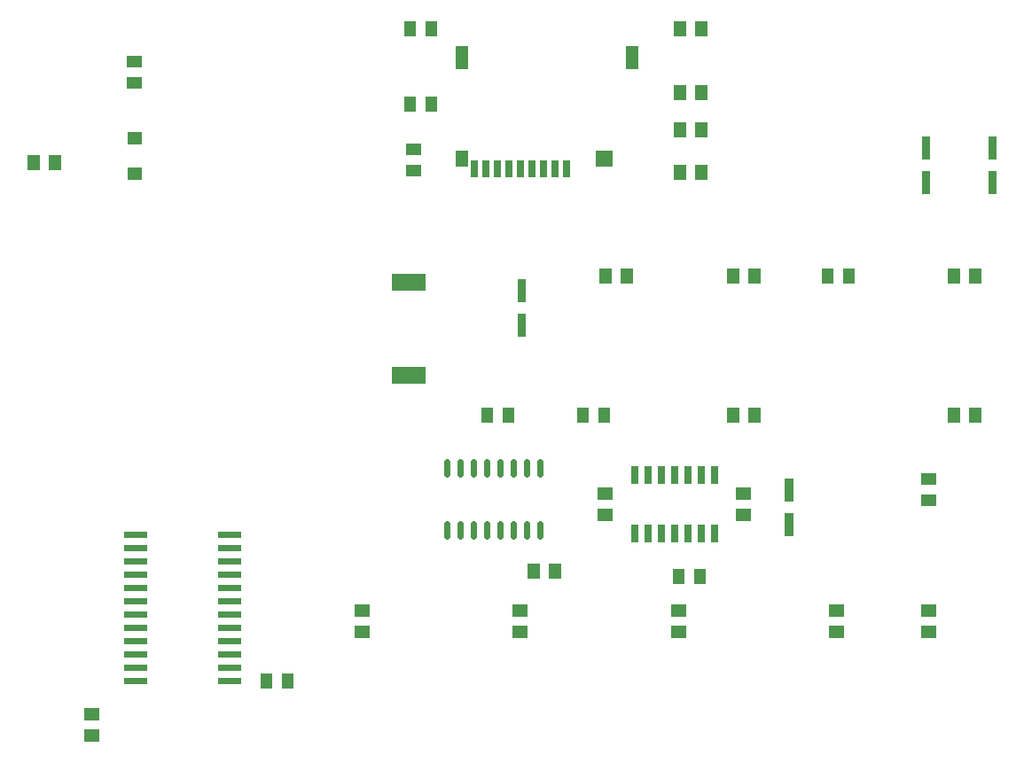
<source format=gbp>
G04 Layer: BottomPasteMaskLayer*
G04 EasyEDA v6.4.31, 2022-02-04 23:24:27*
G04 1551f2279af443638085206af3fd0dcc,e8ed4560e5824e1ea3c46bb2bbde2574,10*
G04 Gerber Generator version 0.2*
G04 Scale: 100 percent, Rotated: No, Reflected: No *
G04 Dimensions in millimeters *
G04 leading zeros omitted , absolute positions ,4 integer and 5 decimal *
%FSLAX45Y45*%
%MOMM*%

%ADD30C,0.6000*%

%LPD*%
D30*
X5753100Y-12462819D02*
G01*
X5753100Y-12342820D01*
X5880100Y-12462819D02*
G01*
X5880100Y-12342820D01*
X6007100Y-12462819D02*
G01*
X6007100Y-12342820D01*
X6134100Y-12462819D02*
G01*
X6134100Y-12342820D01*
X6261100Y-12462819D02*
G01*
X6261100Y-12342820D01*
X6388100Y-12462819D02*
G01*
X6388100Y-12342820D01*
X6515100Y-12462819D02*
G01*
X6515100Y-12342820D01*
X6642100Y-12462819D02*
G01*
X6642100Y-12342820D01*
X5753100Y-13057179D02*
G01*
X5753100Y-12937180D01*
X5880100Y-13057179D02*
G01*
X5880100Y-12937180D01*
X6007100Y-13057179D02*
G01*
X6007100Y-12937180D01*
X6134100Y-13057179D02*
G01*
X6134100Y-12937180D01*
X6261100Y-13057179D02*
G01*
X6261100Y-12937180D01*
X6388100Y-13057179D02*
G01*
X6388100Y-12937180D01*
X6515100Y-13057179D02*
G01*
X6515100Y-12937180D01*
X6642100Y-13057179D02*
G01*
X6642100Y-12937180D01*
G36*
X2064600Y-9414400D02*
G01*
X1948599Y-9414400D01*
X1948599Y-9559399D01*
X2064600Y-9559399D01*
G37*
G36*
X1861400Y-9414400D02*
G01*
X1745399Y-9414400D01*
X1745399Y-9559399D01*
X1861400Y-9559399D01*
G37*
G36*
X6085601Y-9626998D02*
G01*
X6155603Y-9626998D01*
X6155603Y-9466999D01*
X6085601Y-9466999D01*
G37*
G36*
X6195603Y-9626998D02*
G01*
X6265605Y-9626998D01*
X6265605Y-9466999D01*
X6195603Y-9466999D01*
G37*
G36*
X6305603Y-9626998D02*
G01*
X6375605Y-9626998D01*
X6375605Y-9466999D01*
X6305603Y-9466999D01*
G37*
G36*
X6415603Y-9626998D02*
G01*
X6485605Y-9626998D01*
X6485605Y-9466999D01*
X6415603Y-9466999D01*
G37*
G36*
X6525602Y-9626998D02*
G01*
X6595605Y-9626998D01*
X6595605Y-9466999D01*
X6525602Y-9466999D01*
G37*
G36*
X6635602Y-9626998D02*
G01*
X6705605Y-9626998D01*
X6705605Y-9466999D01*
X6635602Y-9466999D01*
G37*
G36*
X6745602Y-9626998D02*
G01*
X6815604Y-9626998D01*
X6815604Y-9466999D01*
X6745602Y-9466999D01*
G37*
G36*
X6855602Y-9626998D02*
G01*
X6925604Y-9626998D01*
X6925604Y-9466999D01*
X6855602Y-9466999D01*
G37*
G36*
X5975598Y-9627001D02*
G01*
X6045601Y-9627001D01*
X6045601Y-9467001D01*
X5975598Y-9467001D01*
G37*
G36*
X5830600Y-9522005D02*
G01*
X5950600Y-9522005D01*
X5950600Y-9372003D01*
X5830600Y-9372003D01*
G37*
G36*
X5830600Y-8597003D02*
G01*
X5950600Y-8597003D01*
X5950600Y-8377003D01*
X5830600Y-8377003D01*
G37*
G36*
X7460597Y-8597000D02*
G01*
X7580596Y-8597000D01*
X7580596Y-8377001D01*
X7460597Y-8377001D01*
G37*
G36*
X7170595Y-9522005D02*
G01*
X7330594Y-9522005D01*
X7330594Y-9372003D01*
X7170595Y-9372003D01*
G37*
G36*
X3565397Y-13012928D02*
G01*
X3565397Y-13072871D01*
X3785361Y-13072871D01*
X3785361Y-13012928D01*
G37*
G36*
X3565397Y-13139928D02*
G01*
X3565397Y-13199871D01*
X3785361Y-13199871D01*
X3785361Y-13139928D01*
G37*
G36*
X3565397Y-13266928D02*
G01*
X3565397Y-13326871D01*
X3785361Y-13326871D01*
X3785361Y-13266928D01*
G37*
G36*
X3565397Y-13393928D02*
G01*
X3565397Y-13453871D01*
X3785361Y-13453871D01*
X3785361Y-13393928D01*
G37*
G36*
X3565397Y-13520928D02*
G01*
X3565397Y-13580871D01*
X3785361Y-13580871D01*
X3785361Y-13520928D01*
G37*
G36*
X3565397Y-13647928D02*
G01*
X3565397Y-13707871D01*
X3785361Y-13707871D01*
X3785361Y-13647928D01*
G37*
G36*
X3565397Y-13774928D02*
G01*
X3565397Y-13834871D01*
X3785361Y-13834871D01*
X3785361Y-13774928D01*
G37*
G36*
X3565397Y-13901928D02*
G01*
X3565397Y-13961871D01*
X3785361Y-13961871D01*
X3785361Y-13901928D01*
G37*
G36*
X3565397Y-14028928D02*
G01*
X3565397Y-14088871D01*
X3785361Y-14088871D01*
X3785361Y-14028928D01*
G37*
G36*
X3565397Y-14155928D02*
G01*
X3565397Y-14215871D01*
X3785361Y-14215871D01*
X3785361Y-14155928D01*
G37*
G36*
X3565397Y-14282928D02*
G01*
X3565397Y-14342871D01*
X3785361Y-14342871D01*
X3785361Y-14282928D01*
G37*
G36*
X3565397Y-14409928D02*
G01*
X3565397Y-14469871D01*
X3785361Y-14469871D01*
X3785361Y-14409928D01*
G37*
G36*
X2666238Y-14409928D02*
G01*
X2666238Y-14469871D01*
X2886202Y-14469871D01*
X2886202Y-14409928D01*
G37*
G36*
X2666238Y-14282928D02*
G01*
X2666238Y-14342871D01*
X2886202Y-14342871D01*
X2886202Y-14282928D01*
G37*
G36*
X2666238Y-14155928D02*
G01*
X2666238Y-14215871D01*
X2886202Y-14215871D01*
X2886202Y-14155928D01*
G37*
G36*
X2666238Y-14028928D02*
G01*
X2666238Y-14088871D01*
X2886202Y-14088871D01*
X2886202Y-14028928D01*
G37*
G36*
X2666238Y-13901928D02*
G01*
X2666238Y-13961871D01*
X2886202Y-13961871D01*
X2886202Y-13901928D01*
G37*
G36*
X2666238Y-13774928D02*
G01*
X2666238Y-13834871D01*
X2886202Y-13834871D01*
X2886202Y-13774928D01*
G37*
G36*
X2666238Y-13647928D02*
G01*
X2666238Y-13707871D01*
X2886202Y-13707871D01*
X2886202Y-13647928D01*
G37*
G36*
X2666238Y-13520928D02*
G01*
X2666238Y-13580871D01*
X2886202Y-13580871D01*
X2886202Y-13520928D01*
G37*
G36*
X2666238Y-13393928D02*
G01*
X2666238Y-13453871D01*
X2886202Y-13453871D01*
X2886202Y-13393928D01*
G37*
G36*
X2666238Y-13266928D02*
G01*
X2666238Y-13326871D01*
X2886202Y-13326871D01*
X2886202Y-13266928D01*
G37*
G36*
X2666238Y-13139928D02*
G01*
X2666238Y-13199871D01*
X2886202Y-13199871D01*
X2886202Y-13139928D01*
G37*
G36*
X2666238Y-13012928D02*
G01*
X2666238Y-13072871D01*
X2886202Y-13072871D01*
X2886202Y-13012928D01*
G37*
G36*
X5544820Y-10709910D02*
G01*
X5544820Y-10549889D01*
X5224779Y-10549889D01*
X5224779Y-10709910D01*
G37*
G36*
X5544820Y-11598910D02*
G01*
X5544820Y-11438889D01*
X5224779Y-11438889D01*
X5224779Y-11598910D01*
G37*
G36*
X6504299Y-10816099D02*
G01*
X6504299Y-10596100D01*
X6424300Y-10596100D01*
X6424300Y-10816099D01*
G37*
G36*
X6504299Y-11146299D02*
G01*
X6504299Y-10926300D01*
X6424300Y-10926300D01*
X6424300Y-11146299D01*
G37*
G36*
X8338311Y-12945237D02*
G01*
X8273288Y-12945237D01*
X8273288Y-13115162D01*
X8338311Y-13115162D01*
G37*
G36*
X8211311Y-12945237D02*
G01*
X8146288Y-12945237D01*
X8146288Y-13115162D01*
X8211311Y-13115162D01*
G37*
G36*
X8084311Y-12945237D02*
G01*
X8019288Y-12945237D01*
X8019288Y-13115162D01*
X8084311Y-13115162D01*
G37*
G36*
X7957311Y-12945237D02*
G01*
X7892288Y-12945237D01*
X7892288Y-13115162D01*
X7957311Y-13115162D01*
G37*
G36*
X7830311Y-12945237D02*
G01*
X7765288Y-12945237D01*
X7765288Y-13115162D01*
X7830311Y-13115162D01*
G37*
G36*
X7703311Y-12945237D02*
G01*
X7638288Y-12945237D01*
X7638288Y-13115162D01*
X7703311Y-13115162D01*
G37*
G36*
X7576311Y-12945237D02*
G01*
X7511288Y-12945237D01*
X7511288Y-13115162D01*
X7576311Y-13115162D01*
G37*
G36*
X7576311Y-12385420D02*
G01*
X7511288Y-12385420D01*
X7511288Y-12555346D01*
X7576311Y-12555346D01*
G37*
G36*
X7703311Y-12385420D02*
G01*
X7638288Y-12385420D01*
X7638288Y-12555346D01*
X7703311Y-12555346D01*
G37*
G36*
X7830311Y-12385420D02*
G01*
X7765288Y-12385420D01*
X7765288Y-12555346D01*
X7830311Y-12555346D01*
G37*
G36*
X7957311Y-12385420D02*
G01*
X7892288Y-12385420D01*
X7892288Y-12555346D01*
X7957311Y-12555346D01*
G37*
G36*
X8084311Y-12385420D02*
G01*
X8019288Y-12385420D01*
X8019288Y-12555346D01*
X8084311Y-12555346D01*
G37*
G36*
X8211311Y-12385420D02*
G01*
X8146288Y-12385420D01*
X8146288Y-12555346D01*
X8211311Y-12555346D01*
G37*
G36*
X8338311Y-12385420D02*
G01*
X8273288Y-12385420D01*
X8273288Y-12555346D01*
X8338311Y-12555346D01*
G37*
G36*
X2698600Y-9193400D02*
G01*
X2698600Y-9313400D01*
X2838599Y-9313400D01*
X2838599Y-9193400D01*
G37*
G36*
X2698600Y-9533399D02*
G01*
X2698600Y-9653399D01*
X2838599Y-9653399D01*
X2838599Y-9533399D01*
G37*
G36*
X2696100Y-8463699D02*
G01*
X2696100Y-8579700D01*
X2841099Y-8579700D01*
X2841099Y-8463699D01*
G37*
G36*
X2696100Y-8666899D02*
G01*
X2696100Y-8782900D01*
X2841099Y-8782900D01*
X2841099Y-8666899D01*
G37*
G36*
X2434699Y-15018600D02*
G01*
X2434699Y-14902599D01*
X2289700Y-14902599D01*
X2289700Y-15018600D01*
G37*
G36*
X2434699Y-14815400D02*
G01*
X2434699Y-14699399D01*
X2289700Y-14699399D01*
X2289700Y-14815400D01*
G37*
G36*
X5012799Y-14028000D02*
G01*
X5012799Y-13911999D01*
X4867800Y-13911999D01*
X4867800Y-14028000D01*
G37*
G36*
X5012799Y-13824800D02*
G01*
X5012799Y-13708799D01*
X4867800Y-13708799D01*
X4867800Y-13824800D01*
G37*
G36*
X6524099Y-14028000D02*
G01*
X6524099Y-13911999D01*
X6379100Y-13911999D01*
X6379100Y-14028000D01*
G37*
G36*
X6524099Y-13824800D02*
G01*
X6524099Y-13708799D01*
X6379100Y-13708799D01*
X6379100Y-13824800D01*
G37*
G36*
X8035399Y-14028000D02*
G01*
X8035399Y-13911999D01*
X7890400Y-13911999D01*
X7890400Y-14028000D01*
G37*
G36*
X8035399Y-13824800D02*
G01*
X8035399Y-13708799D01*
X7890400Y-13708799D01*
X7890400Y-13824800D01*
G37*
G36*
X9546699Y-14028000D02*
G01*
X9546699Y-13911999D01*
X9401700Y-13911999D01*
X9401700Y-14028000D01*
G37*
G36*
X9546699Y-13824800D02*
G01*
X9546699Y-13708799D01*
X9401700Y-13708799D01*
X9401700Y-13824800D01*
G37*
G36*
X10422999Y-14028000D02*
G01*
X10422999Y-13911999D01*
X10278000Y-13911999D01*
X10278000Y-14028000D01*
G37*
G36*
X10422999Y-13824800D02*
G01*
X10422999Y-13708799D01*
X10278000Y-13708799D01*
X10278000Y-13824800D01*
G37*
G36*
X10422999Y-12770700D02*
G01*
X10422999Y-12654699D01*
X10278000Y-12654699D01*
X10278000Y-12770700D01*
G37*
G36*
X10422999Y-12567500D02*
G01*
X10422999Y-12451499D01*
X10278000Y-12451499D01*
X10278000Y-12567500D01*
G37*
G36*
X7525600Y-10493900D02*
G01*
X7409599Y-10493900D01*
X7409599Y-10638899D01*
X7525600Y-10638899D01*
G37*
G36*
X7322400Y-10493900D02*
G01*
X7206399Y-10493900D01*
X7206399Y-10638899D01*
X7322400Y-10638899D01*
G37*
G36*
X8425599Y-10638899D02*
G01*
X8541600Y-10638899D01*
X8541600Y-10493900D01*
X8425599Y-10493900D01*
G37*
G36*
X8628799Y-10638899D02*
G01*
X8744800Y-10638899D01*
X8744800Y-10493900D01*
X8628799Y-10493900D01*
G37*
G36*
X8425599Y-11972399D02*
G01*
X8541600Y-11972399D01*
X8541600Y-11827400D01*
X8425599Y-11827400D01*
G37*
G36*
X8628799Y-11972399D02*
G01*
X8744800Y-11972399D01*
X8744800Y-11827400D01*
X8628799Y-11827400D01*
G37*
G36*
X9327299Y-10638899D02*
G01*
X9443300Y-10638899D01*
X9443300Y-10493900D01*
X9327299Y-10493900D01*
G37*
G36*
X9530499Y-10638899D02*
G01*
X9646500Y-10638899D01*
X9646500Y-10493900D01*
X9530499Y-10493900D01*
G37*
G36*
X10533799Y-10638899D02*
G01*
X10649800Y-10638899D01*
X10649800Y-10493900D01*
X10533799Y-10493900D01*
G37*
G36*
X10736999Y-10638899D02*
G01*
X10853000Y-10638899D01*
X10853000Y-10493900D01*
X10736999Y-10493900D01*
G37*
G36*
X10533799Y-11972399D02*
G01*
X10649800Y-11972399D01*
X10649800Y-11827400D01*
X10533799Y-11827400D01*
G37*
G36*
X10736999Y-11972399D02*
G01*
X10853000Y-11972399D01*
X10853000Y-11827400D01*
X10736999Y-11827400D01*
G37*
G36*
X10920100Y-9567400D02*
G01*
X10920100Y-9787399D01*
X11000099Y-9787399D01*
X11000099Y-9567400D01*
G37*
G36*
X10920100Y-9237200D02*
G01*
X10920100Y-9457199D01*
X11000099Y-9457199D01*
X11000099Y-9237200D01*
G37*
G36*
X10285100Y-9567400D02*
G01*
X10285100Y-9787399D01*
X10365099Y-9787399D01*
X10365099Y-9567400D01*
G37*
G36*
X10285100Y-9237200D02*
G01*
X10285100Y-9457199D01*
X10365099Y-9457199D01*
X10365099Y-9237200D01*
G37*
G36*
X8977000Y-12831300D02*
G01*
X8977000Y-13051299D01*
X9056999Y-13051299D01*
X9056999Y-12831300D01*
G37*
G36*
X8977000Y-12501100D02*
G01*
X8977000Y-12721099D01*
X9056999Y-12721099D01*
X9056999Y-12501100D01*
G37*
G36*
X6076099Y-11972399D02*
G01*
X6192100Y-11972399D01*
X6192100Y-11827400D01*
X6076099Y-11827400D01*
G37*
G36*
X6279299Y-11972399D02*
G01*
X6395300Y-11972399D01*
X6395300Y-11827400D01*
X6279299Y-11827400D01*
G37*
G36*
X6520599Y-13458299D02*
G01*
X6636600Y-13458299D01*
X6636600Y-13313300D01*
X6520599Y-13313300D01*
G37*
G36*
X6723799Y-13458299D02*
G01*
X6839800Y-13458299D01*
X6839800Y-13313300D01*
X6723799Y-13313300D01*
G37*
G36*
X4287100Y-14367400D02*
G01*
X4171099Y-14367400D01*
X4171099Y-14512399D01*
X4287100Y-14512399D01*
G37*
G36*
X4083900Y-14367400D02*
G01*
X3967899Y-14367400D01*
X3967899Y-14512399D01*
X4083900Y-14512399D01*
G37*
G36*
X7191900Y-12591199D02*
G01*
X7191900Y-12707200D01*
X7336899Y-12707200D01*
X7336899Y-12591199D01*
G37*
G36*
X7191900Y-12794399D02*
G01*
X7191900Y-12910400D01*
X7336899Y-12910400D01*
X7336899Y-12794399D01*
G37*
G36*
X7309700Y-11827400D02*
G01*
X7193699Y-11827400D01*
X7193699Y-11972399D01*
X7309700Y-11972399D01*
G37*
G36*
X7106500Y-11827400D02*
G01*
X6990499Y-11827400D01*
X6990499Y-11972399D01*
X7106500Y-11972399D01*
G37*
G36*
X8657699Y-12910400D02*
G01*
X8657699Y-12794399D01*
X8512700Y-12794399D01*
X8512700Y-12910400D01*
G37*
G36*
X8657699Y-12707200D02*
G01*
X8657699Y-12591199D01*
X8512700Y-12591199D01*
X8512700Y-12707200D01*
G37*
G36*
X8224100Y-13364100D02*
G01*
X8108099Y-13364100D01*
X8108099Y-13509099D01*
X8224100Y-13509099D01*
G37*
G36*
X8020900Y-13364100D02*
G01*
X7904899Y-13364100D01*
X7904899Y-13509099D01*
X8020900Y-13509099D01*
G37*
G36*
X8236800Y-8131700D02*
G01*
X8120799Y-8131700D01*
X8120799Y-8276699D01*
X8236800Y-8276699D01*
G37*
G36*
X8033600Y-8131700D02*
G01*
X7917599Y-8131700D01*
X7917599Y-8276699D01*
X8033600Y-8276699D01*
G37*
G36*
X8236800Y-8741300D02*
G01*
X8120799Y-8741300D01*
X8120799Y-8886299D01*
X8236800Y-8886299D01*
G37*
G36*
X8033600Y-8741300D02*
G01*
X7917599Y-8741300D01*
X7917599Y-8886299D01*
X8033600Y-8886299D01*
G37*
G36*
X7917599Y-9241899D02*
G01*
X8033600Y-9241899D01*
X8033600Y-9096900D01*
X7917599Y-9096900D01*
G37*
G36*
X8120799Y-9241899D02*
G01*
X8236800Y-9241899D01*
X8236800Y-9096900D01*
X8120799Y-9096900D01*
G37*
G36*
X5658700Y-8131700D02*
G01*
X5542699Y-8131700D01*
X5542699Y-8276699D01*
X5658700Y-8276699D01*
G37*
G36*
X5455500Y-8131700D02*
G01*
X5339499Y-8131700D01*
X5339499Y-8276699D01*
X5455500Y-8276699D01*
G37*
G36*
X5339499Y-9000599D02*
G01*
X5455500Y-9000599D01*
X5455500Y-8855600D01*
X5339499Y-8855600D01*
G37*
G36*
X5542699Y-9000599D02*
G01*
X5658700Y-9000599D01*
X5658700Y-8855600D01*
X5542699Y-8855600D01*
G37*
G36*
X5363100Y-9301899D02*
G01*
X5363100Y-9417900D01*
X5508099Y-9417900D01*
X5508099Y-9301899D01*
G37*
G36*
X5363100Y-9505099D02*
G01*
X5363100Y-9621100D01*
X5508099Y-9621100D01*
X5508099Y-9505099D01*
G37*
G36*
X7917599Y-9648299D02*
G01*
X8033600Y-9648299D01*
X8033600Y-9503300D01*
X7917599Y-9503300D01*
G37*
G36*
X8120799Y-9648299D02*
G01*
X8236800Y-9648299D01*
X8236800Y-9503300D01*
X8120799Y-9503300D01*
G37*
M02*

</source>
